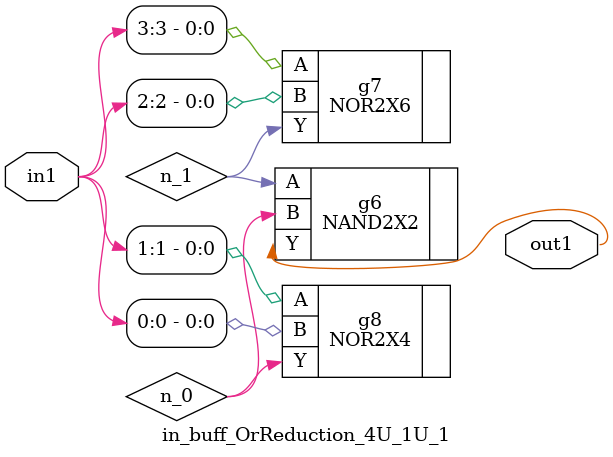
<source format=v>
`timescale 1ps / 1ps


module in_buff_OrReduction_4U_1U_1(in1, out1);
  input [3:0] in1;
  output out1;
  wire [3:0] in1;
  wire out1;
  wire n_0, n_1;
  NAND2X2 g6(.A (n_1), .B (n_0), .Y (out1));
  NOR2X6 g7(.A (in1[3]), .B (in1[2]), .Y (n_1));
  NOR2X4 g8(.A (in1[1]), .B (in1[0]), .Y (n_0));
endmodule



</source>
